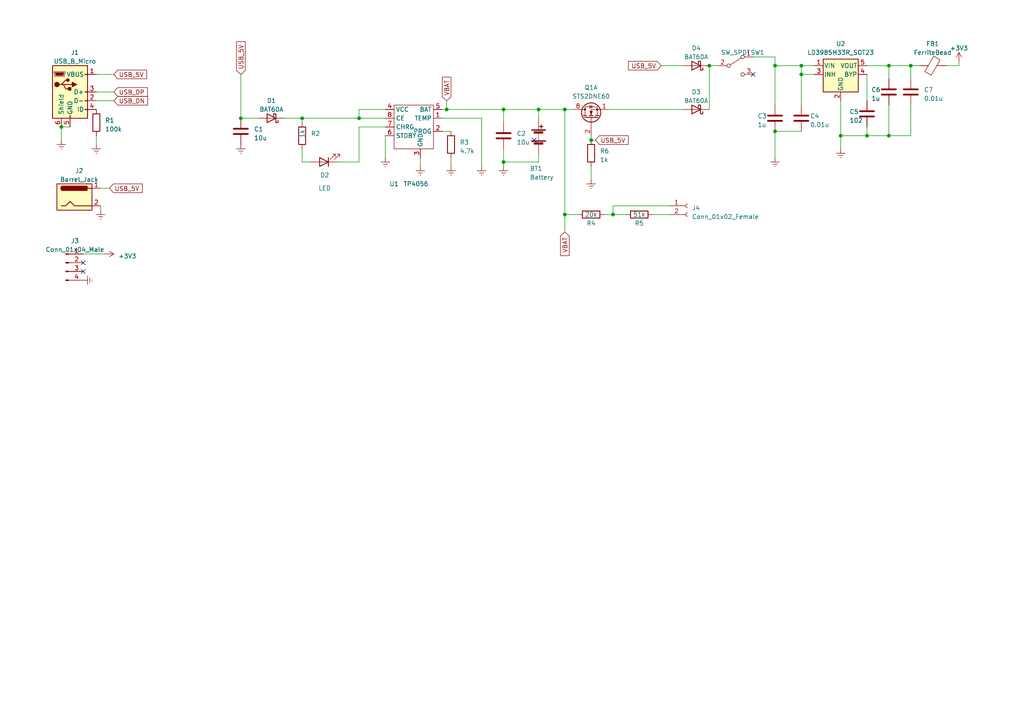
<source format=kicad_sch>
(kicad_sch (version 20210406) (generator eeschema)
  (paper "A4")
  (lib_symbols
    (symbol "Connector:Barrel_Jack" (pin_names (offset 1.016))
      (property "Reference" "J" (at 0 5.334 0))
      (property "Value" "Barrel_Jack" (at 0 -5.08 0))
      (symbol "Barrel_Jack_0_1"
        (arc (start -3.302 3.175) (end -3.302 1.905) (radius (at -3.302 2.54) (length 0.635) (angles 90.1 -90.1)) (stroke (width 0.254)))
        (arc (start -3.302 3.175) (end -3.302 1.905) (radius (at -3.302 2.54) (length 0.635) (angles 90.1 -90.1)) (stroke (width 0.254)) (fill (type outline)))
        (rectangle (start 3.683 3.175) (end -3.302 1.905) (stroke (width 0.254)) (fill (type outline)))
        (rectangle (start -5.08 3.81) (end 5.08 -3.81) (stroke (width 0.254)) (fill (type background)))
        (polyline (pts (xy 5.08 2.54) (xy 3.81 2.54)) (stroke (width 0.254)))
        (polyline (pts (xy -3.81 -2.54) (xy -2.54 -2.54) (xy -1.27 -1.27) (xy 0 -2.54) (xy 2.54 -2.54) (xy 5.08 -2.54)) (stroke (width 0.254)))
      )
      (symbol "Barrel_Jack_1_1"
        (pin passive line (at 7.62 2.54 180) (length 2.54) (name "~") (number "1"))
        (pin passive line (at 7.62 -2.54 180) (length 2.54) (name "~") (number "2"))
      )
    )
    (symbol "Connector:Conn_01x02_Female" (pin_names (offset 1.016) hide)
      (property "Reference" "J" (at 0 2.54 0))
      (property "Value" "Conn_01x02_Female" (at 0 -5.08 0))
      (symbol "Conn_01x02_Female_1_1"
        (arc (start 0 -2.032) (end 0 -3.048) (radius (at 0 -2.54) (length 0.508) (angles 90.1 -90.1)) (stroke (width 0.1524)))
        (arc (start 0 0.508) (end 0 -0.508) (radius (at 0 0) (length 0.508) (angles 90.1 -90.1)) (stroke (width 0.1524)))
        (polyline (pts (xy -1.27 -2.54) (xy -0.508 -2.54)) (stroke (width 0.1524)))
        (polyline (pts (xy -1.27 0) (xy -0.508 0)) (stroke (width 0.1524)))
        (pin passive line (at -5.08 0 0) (length 3.81) (name "Pin_1") (number "1"))
        (pin passive line (at -5.08 -2.54 0) (length 3.81) (name "Pin_2") (number "2"))
      )
    )
    (symbol "Connector:Conn_01x04_Male" (pin_names (offset 1.016) hide)
      (property "Reference" "J" (at 0 5.08 0))
      (property "Value" "Conn_01x04_Male" (at 0 -7.62 0))
      (symbol "Conn_01x04_Male_1_1"
        (rectangle (start 0.8636 -4.953) (end 0 -5.207) (stroke (width 0.1524)) (fill (type outline)))
        (rectangle (start 0.8636 -2.413) (end 0 -2.667) (stroke (width 0.1524)) (fill (type outline)))
        (rectangle (start 0.8636 0.127) (end 0 -0.127) (stroke (width 0.1524)) (fill (type outline)))
        (rectangle (start 0.8636 2.667) (end 0 2.413) (stroke (width 0.1524)) (fill (type outline)))
        (polyline (pts (xy 1.27 -5.08) (xy 0.8636 -5.08)) (stroke (width 0.1524)))
        (polyline (pts (xy 1.27 -2.54) (xy 0.8636 -2.54)) (stroke (width 0.1524)))
        (polyline (pts (xy 1.27 0) (xy 0.8636 0)) (stroke (width 0.1524)))
        (polyline (pts (xy 1.27 2.54) (xy 0.8636 2.54)) (stroke (width 0.1524)))
        (pin passive line (at 5.08 2.54 180) (length 3.81) (name "Pin_1") (number "1"))
        (pin passive line (at 5.08 0 180) (length 3.81) (name "Pin_2") (number "2"))
        (pin passive line (at 5.08 -2.54 180) (length 3.81) (name "Pin_3") (number "3"))
        (pin passive line (at 5.08 -5.08 180) (length 3.81) (name "Pin_4") (number "4"))
      )
    )
    (symbol "Connector:USB_B_Micro" (pin_names (offset 1.016))
      (property "Reference" "J" (at -5.08 11.43 0))
      (property "Value" "USB_B_Micro" (at -5.08 8.89 0))
      (symbol "USB_B_Micro_0_1"
        (circle (center -3.81 2.159) (radius 0.635) (stroke (width 0.254)) (fill (type outline)))
        (circle (center -0.635 3.429) (radius 0.381) (stroke (width 0.254)) (fill (type outline)))
        (rectangle (start -0.127 -7.62) (end 0.127 -6.858))
        (rectangle (start 5.08 -5.207) (end 4.318 -4.953))
        (rectangle (start 5.08 -2.667) (end 4.318 -2.413))
        (rectangle (start 5.08 -0.127) (end 4.318 0.127))
        (rectangle (start 5.08 4.953) (end 4.318 5.207))
        (rectangle (start 0.254 1.27) (end -0.508 0.508) (stroke (width 0.254)) (fill (type outline)))
        (rectangle (start -5.08 -7.62) (end 5.08 7.62) (stroke (width 0.254)) (fill (type background)))
        (polyline (pts (xy -1.905 2.159) (xy 0.635 2.159)) (stroke (width 0.254)))
        (polyline (pts (xy -3.175 2.159) (xy -2.54 2.159) (xy -1.27 3.429) (xy -0.635 3.429)) (stroke (width 0.254)))
        (polyline (pts (xy -2.54 2.159) (xy -1.905 2.159) (xy -1.27 0.889) (xy 0 0.889)) (stroke (width 0.254)))
        (polyline (pts (xy -4.699 5.842) (xy -4.699 5.588) (xy -4.445 4.826) (xy -4.445 4.572) (xy -1.651 4.572) (xy -1.651 4.826) (xy -1.397 5.588) (xy -1.397 5.842) (xy -4.699 5.842)))
        (polyline (pts (xy 0.635 2.794) (xy 0.635 1.524) (xy 1.905 2.159) (xy 0.635 2.794)) (stroke (width 0.254)) (fill (type outline)))
        (polyline (pts (xy -4.318 5.588) (xy -1.778 5.588) (xy -2.032 4.826) (xy -4.064 4.826) (xy -4.318 5.588)) (fill (type outline)))
      )
      (symbol "USB_B_Micro_1_1"
        (pin power_out line (at 7.62 5.08 180) (length 2.54) (name "VBUS") (number "1"))
        (pin bidirectional line (at 7.62 -2.54 180) (length 2.54) (name "D-") (number "2"))
        (pin bidirectional line (at 7.62 0 180) (length 2.54) (name "D+") (number "3"))
        (pin passive line (at 7.62 -5.08 180) (length 2.54) (name "ID") (number "4"))
        (pin power_out line (at 0 -10.16 90) (length 2.54) (name "GND") (number "5"))
        (pin passive line (at -2.54 -10.16 90) (length 2.54) (name "Shield") (number "6"))
      )
    )
    (symbol "Device:Battery" (pin_numbers hide) (pin_names (offset 0) hide)
      (property "Reference" "BT" (at 2.54 2.54 0))
      (property "Value" "Battery" (at 2.54 0 0))
      (symbol "Battery_0_1"
        (rectangle (start -2.032 -1.397) (end 2.032 -1.651) (fill (type outline)))
        (rectangle (start -2.032 1.778) (end 2.032 1.524) (fill (type outline)))
        (rectangle (start -1.3208 -1.9812) (end 1.27 -2.4892) (fill (type outline)))
        (rectangle (start -1.3208 1.1938) (end 1.27 0.6858) (fill (type outline)))
        (polyline (pts (xy 0 -1.524) (xy 0 -1.27)))
        (polyline (pts (xy 0 -1.016) (xy 0 -0.762)))
        (polyline (pts (xy 0 -0.508) (xy 0 -0.254)))
        (polyline (pts (xy 0 0) (xy 0 0.254)))
        (polyline (pts (xy 0 0.508) (xy 0 0.762)))
        (polyline (pts (xy 0 1.778) (xy 0 2.54)))
        (polyline (pts (xy 0.254 2.667) (xy 1.27 2.667)) (stroke (width 0.254)))
        (polyline (pts (xy 0.762 3.175) (xy 0.762 2.159)) (stroke (width 0.254)))
      )
      (symbol "Battery_1_1"
        (pin passive line (at 0 5.08 270) (length 2.54) (name "+") (number "1"))
        (pin passive line (at 0 -5.08 90) (length 2.54) (name "-") (number "2"))
      )
    )
    (symbol "Device:C" (pin_numbers hide) (pin_names (offset 0.254))
      (property "Reference" "C" (at 0.635 2.54 0))
      (property "Value" "C" (at 0.635 -2.54 0))
      (symbol "C_0_1"
        (polyline (pts (xy -2.032 -0.762) (xy 2.032 -0.762)) (stroke (width 0.508)))
        (polyline (pts (xy -2.032 0.762) (xy 2.032 0.762)) (stroke (width 0.508)))
      )
      (symbol "C_1_1"
        (pin passive line (at 0 3.81 270) (length 2.794) (name "~") (number "1"))
        (pin passive line (at 0 -3.81 90) (length 2.794) (name "~") (number "2"))
      )
    )
    (symbol "Device:FerriteBead" (pin_numbers hide) (pin_names (offset 0))
      (property "Reference" "FB" (at -3.81 0.635 90))
      (property "Value" "FerriteBead" (at 3.81 0 90))
      (symbol "FerriteBead_0_1"
        (polyline (pts (xy 0 -1.27) (xy 0 -1.2192)))
        (polyline (pts (xy 0 1.27) (xy 0 1.2954)))
        (polyline (pts (xy -2.7686 0.4064) (xy -1.7018 2.2606) (xy 2.7686 -0.3048) (xy 1.6764 -2.159) (xy -2.7686 0.4064)))
      )
      (symbol "FerriteBead_1_1"
        (pin passive line (at 0 3.81 270) (length 2.54) (name "~") (number "1"))
        (pin passive line (at 0 -3.81 90) (length 2.54) (name "~") (number "2"))
      )
    )
    (symbol "Device:LED" (pin_numbers hide) (pin_names (offset 1.016) hide)
      (property "Reference" "D" (at 0 2.54 0))
      (property "Value" "LED" (at 0 -2.54 0))
      (symbol "LED_0_1"
        (polyline (pts (xy -1.27 -1.27) (xy -1.27 1.27)) (stroke (width 0.254)))
        (polyline (pts (xy -1.27 0) (xy 1.27 0)))
        (polyline (pts (xy 1.27 -1.27) (xy 1.27 1.27) (xy -1.27 0) (xy 1.27 -1.27)) (stroke (width 0.254)))
        (polyline (pts (xy -3.048 -0.762) (xy -4.572 -2.286) (xy -3.81 -2.286) (xy -4.572 -2.286) (xy -4.572 -1.524)))
        (polyline (pts (xy -1.778 -0.762) (xy -3.302 -2.286) (xy -2.54 -2.286) (xy -3.302 -2.286) (xy -3.302 -1.524)))
      )
      (symbol "LED_1_1"
        (pin passive line (at -3.81 0 0) (length 2.54) (name "K") (number "1"))
        (pin passive line (at 3.81 0 180) (length 2.54) (name "A") (number "2"))
      )
    )
    (symbol "Device:R" (pin_numbers hide) (pin_names (offset 0))
      (property "Reference" "R" (at 2.032 0 90))
      (property "Value" "R" (at 0 0 90))
      (symbol "R_0_1"
        (rectangle (start -1.016 -2.54) (end 1.016 2.54) (stroke (width 0.254)))
      )
      (symbol "R_1_1"
        (pin passive line (at 0 3.81 270) (length 1.27) (name "~") (number "1"))
        (pin passive line (at 0 -3.81 90) (length 1.27) (name "~") (number "2"))
      )
    )
    (symbol "Diode:BAT60A" (pin_numbers hide) (pin_names (offset 1.016) hide)
      (property "Reference" "D" (at 0 2.54 0))
      (property "Value" "BAT60A" (at 0 -2.54 0))
      (symbol "BAT60A_0_1"
        (polyline (pts (xy 1.27 0) (xy -1.27 0)))
        (polyline (pts (xy 1.27 1.27) (xy 1.27 -1.27) (xy -1.27 0) (xy 1.27 1.27)) (stroke (width 0.254)))
        (polyline (pts (xy -1.905 0.635) (xy -1.905 1.27) (xy -1.27 1.27) (xy -1.27 -1.27) (xy -0.635 -1.27) (xy -0.635 -0.635)) (stroke (width 0.254)))
      )
      (symbol "BAT60A_1_1"
        (pin passive line (at -3.81 0 0) (length 2.54) (name "K") (number "1"))
        (pin passive line (at 3.81 0 180) (length 2.54) (name "A") (number "2"))
      )
    )
    (symbol "Regulator_Linear:LD3985M33R_SOT23" (pin_names (offset 0.254))
      (property "Reference" "U" (at -3.81 5.715 0))
      (property "Value" "LD3985M33R_SOT23" (at 0 5.715 0))
      (symbol "LD3985M33R_SOT23_0_1"
        (rectangle (start -5.08 4.445) (end 5.08 -5.08) (stroke (width 0.254)) (fill (type background)))
      )
      (symbol "LD3985M33R_SOT23_1_1"
        (pin power_in line (at -7.62 2.54 0) (length 2.54) (name "VIN") (number "1"))
        (pin power_in line (at 0 -7.62 90) (length 2.54) (name "GND") (number "2"))
        (pin input line (at -7.62 0 0) (length 2.54) (name "INH") (number "3"))
        (pin input line (at 7.62 0 180) (length 2.54) (name "BYP") (number "4"))
        (pin power_out line (at 7.62 2.54 180) (length 2.54) (name "VOUT") (number "5"))
      )
    )
    (symbol "Switch:SW_SPDT" (pin_names (offset 0) hide)
      (property "Reference" "SW" (at 0 4.318 0))
      (property "Value" "SW_SPDT" (at 0 -5.08 0))
      (symbol "SW_SPDT_0_0"
        (circle (center -2.032 0) (radius 0.508))
        (circle (center 2.032 -2.54) (radius 0.508))
      )
      (symbol "SW_SPDT_0_1"
        (circle (center 2.032 2.54) (radius 0.508))
        (polyline (pts (xy -1.524 0.254) (xy 1.651 2.286)))
      )
      (symbol "SW_SPDT_1_1"
        (pin passive line (at 5.08 2.54 180) (length 2.54) (name "A") (number "1"))
        (pin passive line (at -5.08 0 0) (length 2.54) (name "B") (number "2"))
        (pin passive line (at 5.08 -2.54 180) (length 2.54) (name "C") (number "3"))
      )
    )
    (symbol "Transistor_FET:STS2DNE60" (pin_names hide)
      (property "Reference" "Q" (at 5.08 1.905 0))
      (property "Value" "STS2DNE60" (at 5.08 0 0))
      (symbol "STS2DNE60_0_1"
        (circle (center 1.651 0) (radius 2.794) (stroke (width 0.254)))
        (circle (center 2.54 -1.778) (radius 0.254) (fill (type outline)))
        (circle (center 2.54 1.778) (radius 0.254) (fill (type outline)))
        (polyline (pts (xy 0.254 0) (xy -2.54 0)))
        (polyline (pts (xy 0.254 1.905) (xy 0.254 -1.905)) (stroke (width 0.254)))
        (polyline (pts (xy 0.762 -1.27) (xy 0.762 -2.286)) (stroke (width 0.254)))
        (polyline (pts (xy 0.762 0.508) (xy 0.762 -0.508)) (stroke (width 0.254)))
        (polyline (pts (xy 0.762 2.286) (xy 0.762 1.27)) (stroke (width 0.254)))
        (polyline (pts (xy 2.54 2.54) (xy 2.54 1.778)))
        (polyline (pts (xy 2.54 -2.54) (xy 2.54 0) (xy 0.762 0)))
        (polyline (pts (xy 0.762 -1.778) (xy 3.302 -1.778) (xy 3.302 1.778) (xy 0.762 1.778)))
        (polyline (pts (xy 2.794 0.508) (xy 2.921 0.381) (xy 3.683 0.381) (xy 3.81 0.254)))
        (polyline (pts (xy 3.302 0.381) (xy 2.921 -0.254) (xy 3.683 -0.254) (xy 3.302 0.381)))
        (polyline (pts (xy 1.016 0) (xy 2.032 0.381) (xy 2.032 -0.381) (xy 1.016 0)) (fill (type outline)))
      )
      (symbol "STS2DNE60_1_1"
        (pin passive line (at 2.54 -5.08 90) (length 2.54) (name "S1") (number "1"))
        (pin passive line (at -5.08 0 0) (length 2.54) (name "G1") (number "2"))
        (pin passive line (at 2.54 5.08 270) (length 2.54) hide (name "D1") (number "7"))
        (pin passive line (at 2.54 5.08 270) (length 2.54) (name "D1") (number "8"))
      )
      (symbol "STS2DNE60_2_1"
        (pin passive line (at 2.54 -5.08 90) (length 2.54) (name "S2") (number "3"))
        (pin passive line (at -5.08 0 0) (length 2.54) (name "G2") (number "4"))
        (pin passive line (at 2.54 5.08 270) (length 2.54) (name "D2") (number "5"))
        (pin passive line (at 2.54 5.08 270) (length 2.54) hide (name "D2") (number "6"))
      )
    )
    (symbol "power:+3.3V" (power) (pin_names (offset 0))
      (property "Value" "+3.3V" (at 0 3.556 0))
      (symbol "+3.3V_0_1"
        (polyline (pts (xy -0.762 1.27) (xy 0 2.54)))
        (polyline (pts (xy 0 0) (xy 0 2.54)))
        (polyline (pts (xy 0 2.54) (xy 0.762 1.27)))
      )
      (symbol "+3.3V_1_1"
        (pin power_in line (at 0 0 90) (length 0) hide (name "+3V3") (number "1"))
      )
    )
    (symbol "power:Earth" (power) (pin_names (offset 0))
      (symbol "Earth_0_1"
        (polyline (pts (xy -0.635 -1.905) (xy 0.635 -1.905)))
        (polyline (pts (xy -0.127 -2.54) (xy 0.127 -2.54)))
        (polyline (pts (xy 0 -1.27) (xy 0 0)))
        (polyline (pts (xy 1.27 -1.27) (xy -1.27 -1.27)))
      )
      (symbol "Earth_1_1"
        (pin power_in line (at 0 0 270) (length 0) hide (name "Earth") (number "1"))
      )
    )
    (symbol "power:TP4056"
      (property "Reference" "U?" (at 0 -26.67 0))
      (property "Value" "TP4056" (at -16.51 -30.48 0))
      (symbol "TP4056_0_1"
        (rectangle (start -7.62 -6.35) (end 3.81 -19.05) (stroke (width 0.1524)))
      )
      (symbol "TP4056_1_1"
        (pin output line (at 6.35 -10.16 180) (length 2.54) (name "TEMP") (number "1"))
        (pin output line (at 6.35 -13.97 180) (length 2.54) (name "PROG") (number "2"))
        (pin output line (at 0 -21.59 90) (length 2.54) (name "GND") (number "3"))
        (pin input line (at -10.16 -7.62 0) (length 2.54) (name "VCC") (number "4"))
        (pin output line (at 6.35 -7.62 180) (length 2.54) (name "BAT") (number "5"))
        (pin input line (at -10.16 -15.24 0) (length 2.54) (name "STDBY") (number "6"))
        (pin input line (at -10.16 -12.7 0) (length 2.54) (name "CHRG") (number "7"))
        (pin input line (at -10.16 -10.16 0) (length 2.54) (name "CE") (number "8"))
      )
    )
  )
  (junction (at 17.78 36.83) (diameter 0.9144))
  (junction (at 69.85 34.29) (diameter 0.9144))
  (junction (at 87.63 34.29) (diameter 0.9144))
  (junction (at 104.14 34.29) (diameter 0.9144))
  (junction (at 129.54 31.75) (diameter 0.9144))
  (junction (at 146.05 31.75) (diameter 0.9144))
  (junction (at 146.05 46.99) (diameter 0.9144))
  (junction (at 156.21 31.75) (diameter 0.9144))
  (junction (at 163.83 31.75) (diameter 0.9144))
  (junction (at 163.83 62.23) (diameter 0.9144))
  (junction (at 171.45 40.64) (diameter 0.9144))
  (junction (at 177.8 62.23) (diameter 0.9144))
  (junction (at 205.74 19.05) (diameter 0.9144))
  (junction (at 224.79 19.05) (diameter 0.9144))
  (junction (at 224.79 38.1) (diameter 0.9144))
  (junction (at 232.41 19.05) (diameter 0.9144))
  (junction (at 232.41 21.59) (diameter 0.9144))
  (junction (at 243.84 39.37) (diameter 0.9144))
  (junction (at 251.46 39.37) (diameter 0.9144))
  (junction (at 257.81 19.05) (diameter 0.9144))
  (junction (at 257.81 39.37) (diameter 0.9144))
  (junction (at 264.16 19.05) (diameter 0.9144))
  (no_connect (at 24.13 76.2))
  (no_connect (at 24.13 78.74))
  (no_connect (at 154.94 40.64))
  (no_connect (at 218.44 21.59))
  (wire (pts (xy 17.78 36.83) (xy 17.78 40.64)))
  (wire (pts (xy 17.78 36.83) (xy 20.32 36.83)))
  (wire (pts (xy 24.13 73.66) (xy 30.48 73.66)))
  (wire (pts (xy 27.94 21.59) (xy 33.02 21.59)))
  (wire (pts (xy 27.94 26.67) (xy 33.02 26.67)))
  (wire (pts (xy 27.94 29.21) (xy 33.02 29.21)))
  (wire (pts (xy 27.94 39.37) (xy 27.94 41.91)))
  (wire (pts (xy 29.21 54.61) (xy 31.75 54.61)))
  (wire (pts (xy 29.21 59.69) (xy 29.21 60.96)))
  (wire (pts (xy 69.85 21.59) (xy 69.85 34.29)))
  (wire (pts (xy 69.85 34.29) (xy 74.93 34.29)))
  (wire (pts (xy 82.55 34.29) (xy 87.63 34.29)))
  (wire (pts (xy 87.63 34.29) (xy 87.63 35.56)))
  (wire (pts (xy 87.63 34.29) (xy 104.14 34.29)))
  (wire (pts (xy 87.63 43.18) (xy 87.63 46.99)))
  (wire (pts (xy 87.63 46.99) (xy 90.17 46.99)))
  (wire (pts (xy 97.79 46.99) (xy 104.14 46.99)))
  (wire (pts (xy 104.14 31.75) (xy 104.14 34.29)))
  (wire (pts (xy 104.14 31.75) (xy 111.76 31.75)))
  (wire (pts (xy 104.14 34.29) (xy 111.76 34.29)))
  (wire (pts (xy 104.14 36.83) (xy 111.76 36.83)))
  (wire (pts (xy 104.14 46.99) (xy 104.14 36.83)))
  (wire (pts (xy 111.76 39.37) (xy 111.76 45.72)))
  (wire (pts (xy 121.92 45.72) (xy 121.92 48.26)))
  (wire (pts (xy 128.27 31.75) (xy 129.54 31.75)))
  (wire (pts (xy 128.27 34.29) (xy 139.7 34.29)))
  (wire (pts (xy 128.27 38.1) (xy 130.81 38.1)))
  (wire (pts (xy 129.54 29.21) (xy 129.54 31.75)))
  (wire (pts (xy 129.54 31.75) (xy 146.05 31.75)))
  (wire (pts (xy 130.81 45.72) (xy 130.81 48.26)))
  (wire (pts (xy 139.7 34.29) (xy 139.7 48.26)))
  (wire (pts (xy 146.05 31.75) (xy 146.05 35.56)))
  (wire (pts (xy 146.05 31.75) (xy 156.21 31.75)))
  (wire (pts (xy 146.05 43.18) (xy 146.05 46.99)))
  (wire (pts (xy 146.05 46.99) (xy 146.05 48.26)))
  (wire (pts (xy 156.21 31.75) (xy 156.21 34.29)))
  (wire (pts (xy 156.21 31.75) (xy 163.83 31.75)))
  (wire (pts (xy 156.21 44.45) (xy 156.21 46.99)))
  (wire (pts (xy 156.21 46.99) (xy 146.05 46.99)))
  (wire (pts (xy 163.83 31.75) (xy 163.83 62.23)))
  (wire (pts (xy 163.83 31.75) (xy 166.37 31.75)))
  (wire (pts (xy 163.83 62.23) (xy 163.83 67.31)))
  (wire (pts (xy 167.64 62.23) (xy 163.83 62.23)))
  (wire (pts (xy 171.45 39.37) (xy 171.45 40.64)))
  (wire (pts (xy 171.45 40.64) (xy 172.72 40.64)))
  (wire (pts (xy 171.45 48.26) (xy 171.45 52.07)))
  (wire (pts (xy 175.26 62.23) (xy 177.8 62.23)))
  (wire (pts (xy 176.53 31.75) (xy 198.12 31.75)))
  (wire (pts (xy 177.8 59.69) (xy 194.31 59.69)))
  (wire (pts (xy 177.8 62.23) (xy 177.8 59.69)))
  (wire (pts (xy 177.8 62.23) (xy 181.61 62.23)))
  (wire (pts (xy 189.23 62.23) (xy 194.31 62.23)))
  (wire (pts (xy 191.77 19.05) (xy 198.12 19.05)))
  (wire (pts (xy 205.74 19.05) (xy 205.74 31.75)))
  (wire (pts (xy 205.74 19.05) (xy 208.28 19.05)))
  (wire (pts (xy 218.44 16.51) (xy 224.79 16.51)))
  (wire (pts (xy 224.79 16.51) (xy 224.79 19.05)))
  (wire (pts (xy 224.79 19.05) (xy 224.79 30.48)))
  (wire (pts (xy 224.79 19.05) (xy 232.41 19.05)))
  (wire (pts (xy 224.79 38.1) (xy 224.79 45.72)))
  (wire (pts (xy 224.79 38.1) (xy 232.41 38.1)))
  (wire (pts (xy 232.41 19.05) (xy 232.41 21.59)))
  (wire (pts (xy 232.41 19.05) (xy 236.22 19.05)))
  (wire (pts (xy 232.41 21.59) (xy 232.41 30.48)))
  (wire (pts (xy 232.41 21.59) (xy 236.22 21.59)))
  (wire (pts (xy 243.84 29.21) (xy 243.84 39.37)))
  (wire (pts (xy 243.84 39.37) (xy 243.84 43.18)))
  (wire (pts (xy 251.46 19.05) (xy 257.81 19.05)))
  (wire (pts (xy 251.46 21.59) (xy 251.46 29.21)))
  (wire (pts (xy 251.46 36.83) (xy 251.46 39.37)))
  (wire (pts (xy 251.46 39.37) (xy 243.84 39.37)))
  (wire (pts (xy 257.81 19.05) (xy 257.81 22.86)))
  (wire (pts (xy 257.81 19.05) (xy 264.16 19.05)))
  (wire (pts (xy 257.81 30.48) (xy 257.81 39.37)))
  (wire (pts (xy 257.81 39.37) (xy 251.46 39.37)))
  (wire (pts (xy 264.16 19.05) (xy 264.16 22.86)))
  (wire (pts (xy 264.16 19.05) (xy 266.7 19.05)))
  (wire (pts (xy 264.16 30.48) (xy 264.16 39.37)))
  (wire (pts (xy 264.16 39.37) (xy 257.81 39.37)))
  (wire (pts (xy 274.32 19.05) (xy 278.13 19.05)))
  (wire (pts (xy 278.13 17.78) (xy 278.13 19.05)))
  (global_label "USB_5V" (shape input) (at 31.75 54.61 0) (property "Intersheet References" "${INTERSHEET_REFS}" (effects hide)))
  (global_label "USB_5V" (shape input) (at 33.02 21.59 0) (property "Intersheet References" "${INTERSHEET_REFS}" (effects hide)))
  (global_label "USB_DP" (shape input) (at 33.02 26.67 0) (property "Intersheet References" "${INTERSHEET_REFS}" (effects hide)))
  (global_label "USB_DN" (shape input) (at 33.02 29.21 0) (property "Intersheet References" "${INTERSHEET_REFS}" (effects hide)))
  (global_label "USB_5V" (shape input) (at 69.85 21.59 90) (property "Intersheet References" "${INTERSHEET_REFS}" (effects hide)))
  (global_label "VBAT" (shape input) (at 129.54 29.21 90) (property "Intersheet References" "${INTERSHEET_REFS}" (effects hide)))
  (global_label "VBAT" (shape input) (at 163.83 67.31 270) (property "Intersheet References" "${INTERSHEET_REFS}" (effects hide)))
  (global_label "USB_5V" (shape input) (at 172.72 40.64 0) (property "Intersheet References" "${INTERSHEET_REFS}" (effects hide)))
  (global_label "USB_5V" (shape input) (at 191.77 19.05 180) (property "Intersheet References" "${INTERSHEET_REFS}" (effects hide)))
  (symbol (lib_id "power:+3.3V") (at 30.48 73.66 270) (unit 1)
    (property "Reference" "#PWR0106" (effects hide))
    (property "Value" "+3.3V" (at 34.29 74.2949 90) (effects (justify left)))
  )
  (symbol (lib_id "power:+3.3V") (at 278.13 17.78 0) (unit 1)
    (property "Reference" "#PWR0114" (effects hide))
    (property "Value" "+3.3V" (at 278.13 13.97 0))
  )
  (symbol (lib_id "power:Earth") (at 17.78 40.64 0) (unit 1)
    (property "Reference" "#PWR0104" (effects hide))
    (property "Value" "Earth" (effects hide))
  )
  (symbol (lib_id "power:Earth") (at 24.13 81.28 90) (unit 1)
    (property "Reference" "#PWR0105" (effects hide))
    (property "Value" "Earth" (effects hide))
  )
  (symbol (lib_id "power:Earth") (at 27.94 41.91 0) (unit 1)
    (property "Reference" "#PWR0103" (effects hide))
    (property "Value" "Earth" (effects hide))
  )
  (symbol (lib_id "power:Earth") (at 29.21 60.96 0) (unit 1)
    (property "Reference" "#PWR0102" (effects hide))
    (property "Value" "Earth" (effects hide))
  )
  (symbol (lib_id "power:Earth") (at 69.85 41.91 0) (unit 1)
    (property "Reference" "#PWR0101" (effects hide))
    (property "Value" "Earth" (effects hide))
  )
  (symbol (lib_id "power:Earth") (at 111.76 45.72 0) (unit 1)
    (property "Reference" "#PWR0111" (effects hide))
    (property "Value" "Earth" (effects hide))
  )
  (symbol (lib_id "power:Earth") (at 121.92 48.26 0) (unit 1)
    (property "Reference" "#PWR0109" (effects hide))
    (property "Value" "Earth" (effects hide))
  )
  (symbol (lib_id "power:Earth") (at 130.81 48.26 0) (unit 1)
    (property "Reference" "#PWR0108" (effects hide))
    (property "Value" "Earth" (effects hide))
  )
  (symbol (lib_id "power:Earth") (at 139.7 48.26 0) (unit 1)
    (property "Reference" "#PWR0107" (effects hide))
    (property "Value" "Earth" (effects hide))
  )
  (symbol (lib_id "power:Earth") (at 146.05 48.26 0) (unit 1)
    (property "Reference" "#PWR0110" (effects hide))
    (property "Value" "Earth" (effects hide))
  )
  (symbol (lib_id "power:Earth") (at 171.45 52.07 0) (unit 1)
    (property "Reference" "#PWR0115" (effects hide))
    (property "Value" "Earth" (effects hide))
  )
  (symbol (lib_id "power:Earth") (at 224.79 45.72 0) (unit 1)
    (property "Reference" "#PWR0113" (effects hide))
    (property "Value" "Earth" (effects hide))
  )
  (symbol (lib_id "power:Earth") (at 243.84 43.18 0) (unit 1)
    (property "Reference" "#PWR0112" (effects hide))
    (property "Value" "Earth" (effects hide))
  )
  (symbol (lib_id "Device:R") (at 27.94 35.56 0) (unit 1)
    (property "Reference" "R1" (at 30.48 34.9249 0) (effects (justify left)))
    (property "Value" "100k" (at 30.48 37.4649 0) (effects (justify left)))
    (property "Footprint" "Resistor_SMD:R_0805_2012Metric_Pad1.20x1.40mm_HandSolder" (effects hide))
  )
  (symbol (lib_id "Device:R") (at 87.63 39.37 0) (unit 1)
    (property "Reference" "R2" (at 90.17 38.7349 0) (effects (justify left)))
    (property "Value" "1k" (at 87.63 40.0049 90) (effects (justify left)))
    (property "Footprint" "Resistor_SMD:R_0805_2012Metric_Pad1.20x1.40mm_HandSolder" (effects hide))
  )
  (symbol (lib_id "Device:R") (at 130.81 41.91 0) (unit 1)
    (property "Reference" "R3" (at 133.35 41.2749 0) (effects (justify left)))
    (property "Value" "4.7k" (at 133.35 43.8149 0) (effects (justify left)))
    (property "Footprint" "Resistor_SMD:R_0805_2012Metric_Pad1.20x1.40mm_HandSolder" (effects hide))
  )
  (symbol (lib_id "Device:R") (at 171.45 44.45 0) (unit 1)
    (property "Reference" "R6" (at 173.99 43.8149 0) (effects (justify left)))
    (property "Value" "1k" (at 173.99 46.3549 0) (effects (justify left)))
    (property "Footprint" "Resistor_SMD:R_0805_2012Metric_Pad1.20x1.40mm_HandSolder" (effects hide))
  )
  (symbol (lib_id "Device:R") (at 171.45 62.23 90) (unit 1)
    (property "Reference" "R4" (at 171.45 64.77 90))
    (property "Value" "20k" (at 171.45 62.23 90))
    (property "Footprint" "Resistor_SMD:R_0805_2012Metric_Pad1.20x1.40mm_HandSolder" (effects hide))
  )
  (symbol (lib_id "Device:R") (at 185.42 62.23 90) (unit 1)
    (property "Reference" "R5" (at 185.42 64.77 90))
    (property "Value" "51k" (at 185.42 62.23 90))
    (property "Footprint" "Resistor_SMD:R_0805_2012Metric_Pad1.20x1.40mm_HandSolder" (effects hide))
  )
  (symbol (lib_id "Connector:Conn_01x02_Female") (at 199.39 59.69 0) (unit 1)
    (property "Reference" "J4" (at 200.66 60.3249 0) (effects (justify left)))
    (property "Value" "Conn_01x02_Female" (at 200.66 62.8649 0) (effects (justify left)))
    (property "Footprint" "Connector_PinSocket_2.54mm:PinSocket_1x02_P2.54mm_Vertical" (effects hide))
  )
  (symbol (lib_id "Diode:BAT60A") (at 78.74 34.29 180) (unit 1)
    (property "Reference" "D1" (at 78.74 29.21 0))
    (property "Value" "BAT60A" (at 78.74 31.75 0))
    (property "Footprint" "Diode_SMD:D_SOD-323" (effects hide))
    (property "Datasheet" "https://www.infineon.com/dgdl/Infineon-BAT60ASERIES-DS-v01_01-en.pdf?fileId=db3a304313d846880113def70c9304a9" (effects hide))
  )
  (symbol (lib_id "Diode:BAT60A") (at 201.93 19.05 180) (unit 1)
    (property "Reference" "D4" (at 201.93 13.97 0))
    (property "Value" "BAT60A" (at 201.93 16.51 0))
    (property "Footprint" "Diode_SMD:D_SOD-323" (effects hide))
    (property "Datasheet" "https://www.infineon.com/dgdl/Infineon-BAT60ASERIES-DS-v01_01-en.pdf?fileId=db3a304313d846880113def70c9304a9" (effects hide))
  )
  (symbol (lib_id "Diode:BAT60A") (at 201.93 31.75 180) (unit 1)
    (property "Reference" "D3" (at 201.93 26.67 0))
    (property "Value" "BAT60A" (at 201.93 29.21 0))
    (property "Footprint" "Diode_SMD:D_SOD-323" (effects hide))
    (property "Datasheet" "https://www.infineon.com/dgdl/Infineon-BAT60ASERIES-DS-v01_01-en.pdf?fileId=db3a304313d846880113def70c9304a9" (effects hide))
  )
  (symbol (lib_id "Device:LED") (at 93.98 46.99 180) (unit 1)
    (property "Reference" "D2" (at 94.1705 50.8 0))
    (property "Value" "LED" (at 94.1705 54.61 0))
    (property "Footprint" "LED_SMD:LED_0805_2012Metric_Pad1.15x1.40mm_HandSolder" (effects hide))
  )
  (symbol (lib_id "Device:C") (at 69.85 38.1 0) (unit 1)
    (property "Reference" "C1" (at 73.66 37.4649 0) (effects (justify left)))
    (property "Value" "10u" (at 73.66 40.0049 0) (effects (justify left)))
    (property "Footprint" "Capacitor_SMD:C_0805_2012Metric_Pad1.18x1.45mm_HandSolder" (effects hide))
  )
  (symbol (lib_id "Device:C") (at 146.05 39.37 0) (unit 1)
    (property "Reference" "C2" (at 149.86 38.7349 0) (effects (justify left)))
    (property "Value" "10u" (at 149.86 41.2749 0) (effects (justify left)))
    (property "Footprint" "Capacitor_SMD:C_0805_2012Metric_Pad1.18x1.45mm_HandSolder" (effects hide))
  )
  (symbol (lib_id "Device:C") (at 224.79 34.29 0) (unit 1)
    (property "Reference" "C3" (at 219.71 33.6549 0) (effects (justify left)))
    (property "Value" "1u" (at 219.71 36.1949 0) (effects (justify left)))
    (property "Footprint" "Capacitor_SMD:C_0805_2012Metric_Pad1.18x1.45mm_HandSolder" (effects hide))
  )
  (symbol (lib_id "Device:C") (at 232.41 34.29 0) (unit 1)
    (property "Reference" "C4" (at 234.95 33.6549 0) (effects (justify left)))
    (property "Value" "0.01u" (at 234.95 36.1949 0) (effects (justify left)))
    (property "Footprint" "Capacitor_SMD:C_0805_2012Metric_Pad1.18x1.45mm_HandSolder" (effects hide))
  )
  (symbol (lib_id "Device:C") (at 251.46 33.02 0) (unit 1)
    (property "Reference" "C5" (at 246.38 32.3849 0) (effects (justify left)))
    (property "Value" "102" (at 246.38 34.9249 0) (effects (justify left)))
    (property "Footprint" "Capacitor_SMD:C_0805_2012Metric_Pad1.18x1.45mm_HandSolder" (effects hide))
  )
  (symbol (lib_id "Device:C") (at 257.81 26.67 0) (unit 1)
    (property "Reference" "C6" (at 252.73 26.0349 0) (effects (justify left)))
    (property "Value" "1u" (at 252.73 28.5749 0) (effects (justify left)))
    (property "Footprint" "Capacitor_SMD:C_0805_2012Metric_Pad1.18x1.45mm_HandSolder" (effects hide))
  )
  (symbol (lib_id "Device:C") (at 264.16 26.67 0) (unit 1)
    (property "Reference" "C7" (at 267.97 26.0349 0) (effects (justify left)))
    (property "Value" "0.01u" (at 267.97 28.5749 0) (effects (justify left)))
    (property "Footprint" "Capacitor_SMD:C_0805_2012Metric_Pad1.18x1.45mm_HandSolder" (effects hide))
  )
  (symbol (lib_id "Device:Battery") (at 156.21 39.37 0) (unit 1)
    (property "Reference" "BT1" (at 153.67 48.8949 0) (effects (justify left)))
    (property "Value" "Battery" (at 153.67 51.4349 0) (effects (justify left)))
    (property "Footprint" "Connector_PinSocket_2.54mm:PinSocket_1x02_P2.54mm_Vertical" (effects hide))
  )
  (symbol (lib_id "Connector:Conn_01x04_Male") (at 19.05 76.2 0) (unit 1)
    (property "Reference" "J3" (at 21.7424 69.85 0))
    (property "Value" "Conn_01x04_Male" (at 21.7424 72.39 0))
    (property "Footprint" "Connector_PinSocket_2.54mm:PinSocket_1x04_P2.54mm_Vertical" (effects hide))
  )
  (symbol (lib_id "Device:FerriteBead") (at 270.51 19.05 90) (unit 1)
    (property "Reference" "FB1" (at 270.51 12.7 90))
    (property "Value" "FerriteBead" (at 270.51 15.24 90))
    (property "Footprint" "Resistor_SMD:R_0805_2012Metric_Pad1.20x1.40mm_HandSolder" (effects hide))
  )
  (symbol (lib_id "Switch:SW_SPDT") (at 213.36 19.05 0) (unit 1)
    (property "Reference" "SW1" (at 219.71 15.24 0))
    (property "Value" "SW_SPDT" (at 213.36 15.24 0))
    (property "Footprint" "Button_Switch_THT:SW_CuK_OS102011MA1QN1_SPDT_Angled" (effects hide))
  )
  (symbol (lib_id "Connector:Barrel_Jack") (at 21.59 57.15 0) (unit 1)
    (property "Reference" "J2" (at 22.987 49.53 0))
    (property "Value" "Barrel_Jack" (at 22.987 52.07 0))
    (property "Footprint" "Connector_BarrelJack:BarrelJack_Horizontal" (effects hide))
  )
  (symbol (lib_id "Transistor_FET:STS2DNE60") (at 171.45 34.29 90) (unit 1)
    (property "Reference" "Q1" (at 171.45 25.4 90))
    (property "Value" "STS2DNE60" (at 171.45 27.94 90))
    (property "Footprint" "Package_SO:SOIC-8_3.9x4.9mm_P1.27mm" (effects hide))
    (property "Datasheet" "https://www.st.com/resource/en/datasheet/CD00001537.pdf" (effects hide))
  )
  (symbol (lib_id "Regulator_Linear:LD3985M33R_SOT23") (at 243.84 21.59 0) (unit 1)
    (property "Reference" "U2" (at 243.84 12.7 0))
    (property "Value" "LD3985M33R_SOT23" (at 243.84 15.24 0))
    (property "Footprint" "Package_TO_SOT_SMD:SOT-23-5" (effects hide))
    (property "Datasheet" "http://www.st.com/internet/com/TECHNICAL_RESOURCES/TECHNICAL_LITERATURE/DATASHEET/CD00003395.pdf" (effects hide))
  )
  (symbol (lib_id "Connector:USB_B_Micro") (at 20.32 26.67 0) (unit 1)
    (property "Reference" "J1" (at 21.717 15.24 0))
    (property "Value" "USB_B_Micro" (at 21.717 17.78 0))
    (property "Footprint" "Connector_USB:USB_Micro-B_Wuerth_629105150521_CircularHoles" (effects hide))
  )
  (symbol (lib_id "power:TP4056") (at 121.92 24.13 0) (unit 1)
    (property "Reference" "U1" (at 114.3 53.34 0))
    (property "Value" "TP4056" (at 120.65 53.34 0))
    (property "Footprint" "Package_SO:SOP-8_3.9x4.9mm_P1.27mm" (effects hide))
  )
)
</source>
